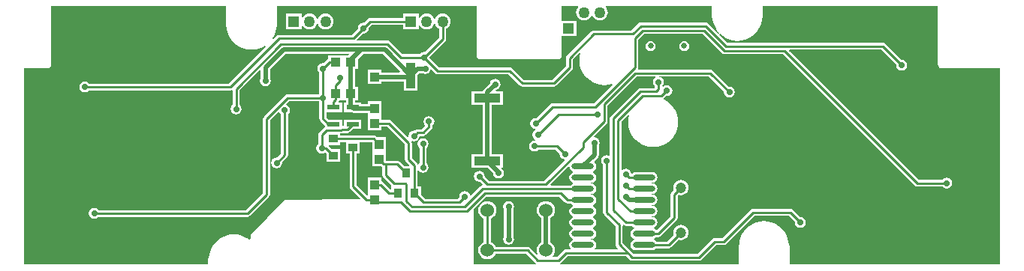
<source format=gbl>
%FSLAX25Y25*%
%MOIN*%
G70*
G01*
G75*
G04 Layer_Physical_Order=2*
G04 Layer_Color=16711680*
%ADD10C,0.05000*%
%ADD11R,0.03937X0.04331*%
%ADD12R,0.04331X0.03937*%
%ADD13R,0.07874X0.03937*%
%ADD14R,0.00984X0.11811*%
%ADD15R,0.07480X0.07480*%
%ADD16R,0.06890X0.04331*%
%ADD17R,0.06890X0.04331*%
%ADD18R,0.06890X0.13583*%
%ADD19R,0.05906X0.05118*%
%ADD20C,0.06000*%
%ADD21C,0.01969*%
%ADD22C,0.01000*%
%ADD23C,0.01181*%
%ADD24R,0.05000X0.04724*%
%ADD25C,0.02500*%
%ADD26R,0.05000X0.05000*%
%ADD27C,0.04724*%
%ADD28C,0.02756*%
%ADD29R,0.11811X0.03937*%
%ADD30R,0.05709X0.02165*%
%ADD31R,0.05709X0.02165*%
%ADD32R,0.03740X0.03937*%
%ADD33R,0.03937X0.03740*%
%ADD34O,0.09843X0.02756*%
%ADD35R,0.03937X0.11811*%
G36*
X271031Y292152D02*
Y288181D01*
X271031Y288181D01*
X271031Y287819D01*
X271031D01*
Y281488D01*
X275003D01*
X275072Y281419D01*
X275072D01*
X275072Y281419D01*
X275072Y281418D01*
Y281419D01*
X275471Y281152D01*
Y277500D01*
X275471Y277500D01*
X275471D01*
X275587Y276915D01*
X275919Y276419D01*
X279419Y272919D01*
X279476Y272880D01*
X279390Y272539D01*
X279390D01*
Y271427D01*
X278928Y271235D01*
X275735Y274428D01*
X275239Y274759D01*
X274969Y274813D01*
Y276512D01*
X269032D01*
Y270181D01*
X269032Y270181D01*
X269032Y269819D01*
X269032D01*
Y268785D01*
X268570Y268593D01*
X263959Y273204D01*
Y287130D01*
X265398D01*
Y292211D01*
X270973D01*
X271031Y292152D01*
D02*
G37*
G36*
X259323Y309823D02*
X258378D01*
Y305658D01*
X261582D01*
X261852Y305477D01*
X262626Y305323D01*
X269032D01*
Y304181D01*
X269032Y304181D01*
X269032Y303819D01*
X269032D01*
Y297488D01*
X274969D01*
Y299124D01*
X277713D01*
X285471Y291367D01*
Y284500D01*
X285471Y284500D01*
X285471D01*
X285587Y283915D01*
X285919Y283419D01*
X287477Y281860D01*
X287286Y281398D01*
X285194D01*
X283011Y283581D01*
X282515Y283913D01*
X281929Y284029D01*
X276969D01*
Y287819D01*
D01*
Y287819D01*
X276969Y287819D01*
Y288181D01*
X276969D01*
Y294512D01*
X272997D01*
X272688Y294822D01*
X272192Y295153D01*
X271606Y295270D01*
X256539D01*
Y296148D01*
X257243D01*
X257829Y296264D01*
X257984Y296368D01*
X259870D01*
X260455Y296485D01*
X260952Y296816D01*
X262313Y298177D01*
X266087D01*
Y302343D01*
X258378D01*
Y299427D01*
X257622D01*
Y302343D01*
X251530D01*
X250529Y303343D01*
Y305658D01*
X257622D01*
Y309823D01*
X256099D01*
X255863Y310264D01*
X256067Y310568D01*
X256159Y311032D01*
X257819D01*
Y311032D01*
X257819D01*
X257819Y311032D01*
X258181D01*
Y311032D01*
X259323D01*
Y309823D01*
D02*
G37*
G36*
X363378Y331719D02*
X363079Y330472D01*
X362942Y328740D01*
X363079Y327008D01*
X363484Y325318D01*
X364149Y323713D01*
X365057Y322231D01*
X366186Y320910D01*
X367507Y319781D01*
X368988Y318874D01*
X370594Y318209D01*
X372284Y317803D01*
X374016Y317667D01*
X375748Y317803D01*
X377342Y318186D01*
X377587Y317750D01*
X369367Y309529D01*
X351000D01*
X350415Y309413D01*
X349919Y309081D01*
X343718Y302881D01*
X343500Y302924D01*
X342572Y302740D01*
X341786Y302214D01*
X341260Y301428D01*
X341075Y300500D01*
X341260Y299572D01*
X341786Y298786D01*
X342572Y298260D01*
X343302Y298115D01*
X343399Y297624D01*
X342786Y297214D01*
X342260Y296428D01*
X342075Y295500D01*
X342260Y294572D01*
X342786Y293786D01*
X343464Y293332D01*
X343273Y292870D01*
D01*
D01*
X343000Y292924D01*
X342072Y292740D01*
X341286Y292214D01*
X340760Y291428D01*
X340576Y290500D01*
X340760Y289572D01*
X341286Y288786D01*
X342072Y288260D01*
X343000Y288075D01*
X343928Y288260D01*
X344714Y288786D01*
X344838Y288971D01*
X352366D01*
X354119Y287218D01*
X354076Y287000D01*
X354260Y286072D01*
X354786Y285286D01*
X355572Y284760D01*
X356324Y284611D01*
X356469Y284132D01*
X347366Y275029D01*
X322634D01*
X320881Y276782D01*
X320924Y277000D01*
X320740Y277928D01*
X320214Y278714D01*
X319428Y279240D01*
X318500Y279425D01*
X317572Y279240D01*
X316786Y278714D01*
X316260Y277928D01*
X316075Y277000D01*
X316260Y276072D01*
X316786Y275286D01*
X317572Y274760D01*
X318500Y274575D01*
X318718Y274619D01*
X319882Y273456D01*
X319737Y272977D01*
X319415Y272913D01*
X318919Y272581D01*
X314785Y268448D01*
X314307Y268593D01*
X314240Y268928D01*
X313714Y269714D01*
X312928Y270240D01*
X312000Y270425D01*
X311072Y270240D01*
X310286Y269714D01*
X309760Y268928D01*
X309576Y268000D01*
X309619Y267782D01*
X308865Y267027D01*
X294446D01*
X292610Y268864D01*
Y272539D01*
X291029D01*
Y279556D01*
X291508Y279701D01*
X291786Y279286D01*
X292572Y278760D01*
X293500Y278575D01*
X294428Y278760D01*
X295214Y279286D01*
X295740Y280072D01*
X295924Y281000D01*
X295740Y281928D01*
X295214Y282714D01*
X295029Y282838D01*
Y289662D01*
X295214Y289786D01*
X295740Y290572D01*
X295924Y291500D01*
X295740Y292428D01*
X295214Y293214D01*
X294428Y293740D01*
X293500Y293924D01*
X292572Y293740D01*
X291786Y293214D01*
X291260Y292428D01*
X291075Y291500D01*
X291260Y290572D01*
X291786Y289786D01*
X291971Y289662D01*
Y282838D01*
X291786Y282714D01*
X291456Y282222D01*
X290966Y282319D01*
X290932Y282488D01*
X290913Y282585D01*
X290581Y283081D01*
X288529Y285134D01*
Y292000D01*
X288458Y292359D01*
X288812Y292712D01*
X289500Y292576D01*
X290428Y292760D01*
X291214Y293286D01*
X291740Y294072D01*
X291919Y294971D01*
X293500D01*
X294085Y295087D01*
X294581Y295419D01*
X297164Y298001D01*
X297496Y298497D01*
X297612Y299083D01*
Y299579D01*
X297797Y299703D01*
X298323Y300490D01*
X298507Y301417D01*
X298323Y302345D01*
X297797Y303132D01*
X297010Y303657D01*
X296083Y303842D01*
X295155Y303657D01*
X294368Y303132D01*
X293843Y302345D01*
X293658Y301417D01*
X293843Y300490D01*
X294368Y299703D01*
X294384Y299547D01*
X292866Y298029D01*
X291000D01*
X290415Y297913D01*
X289919Y297581D01*
X289718Y297381D01*
X289500Y297425D01*
X288572Y297240D01*
X287786Y296714D01*
X287260Y295928D01*
X287075Y295000D01*
X287134Y294706D01*
X286693Y294470D01*
X279428Y301735D01*
X278932Y302067D01*
X278346Y302183D01*
X274969D01*
Y303819D01*
D01*
Y303819D01*
X274969Y303819D01*
Y304181D01*
X274969D01*
Y310512D01*
X269032D01*
Y309369D01*
X266087D01*
Y309823D01*
X263369D01*
Y311032D01*
X264512D01*
Y316968D01*
X263369D01*
Y324000D01*
X263369Y324000D01*
X263369Y324000D01*
Y324000D01*
Y325031D01*
X264512D01*
Y329151D01*
X266838Y331477D01*
X275662D01*
X283307Y323832D01*
X283116Y323370D01*
X274969D01*
Y324512D01*
X269032D01*
Y318181D01*
X274969D01*
Y319323D01*
X285032D01*
Y315094D01*
X290968D01*
Y322107D01*
X291838Y322977D01*
X293248D01*
X293572Y322760D01*
X294500Y322575D01*
X295428Y322760D01*
X296214Y323286D01*
X296740Y324072D01*
X296807Y324407D01*
X297285Y324552D01*
X298919Y322919D01*
X298919D01*
X298919Y322919D01*
X298919Y322919D01*
Y322919D01*
X299415Y322587D01*
X300000Y322471D01*
X331366D01*
X336419Y317419D01*
X336915Y317087D01*
X337012Y317068D01*
X337500Y316971D01*
X351500D01*
X352085Y317087D01*
X352581Y317419D01*
X359581Y324419D01*
X359913Y324915D01*
X359932Y325012D01*
X360029Y325500D01*
Y329051D01*
X362942Y331963D01*
X363378Y331719D01*
D02*
G37*
G36*
X356419Y265419D02*
X356915Y265087D01*
X357500Y264971D01*
X359036D01*
X359160Y264786D01*
X359946Y264260D01*
X359997Y264250D01*
Y263750D01*
X359946Y263740D01*
X359160Y263214D01*
X358634Y262428D01*
X358450Y261500D01*
X358634Y260572D01*
X359160Y259786D01*
X359946Y259260D01*
X359997Y259250D01*
Y258750D01*
X359946Y258740D01*
X359160Y258214D01*
X358634Y257428D01*
X358450Y256500D01*
X358634Y255572D01*
X359160Y254786D01*
X359946Y254260D01*
X359997Y254250D01*
Y253750D01*
X359946Y253740D01*
X359160Y253214D01*
X358634Y252428D01*
X358450Y251500D01*
X358634Y250572D01*
X359160Y249786D01*
X359946Y249260D01*
X359997Y249250D01*
Y248750D01*
X359946Y248740D01*
X359160Y248214D01*
X358634Y247428D01*
X358450Y246500D01*
X358634Y245572D01*
X359036Y244970D01*
X358800Y244529D01*
X357028D01*
X356442Y244413D01*
X355946Y244081D01*
X352981Y241116D01*
X351328D01*
X351107Y241564D01*
X351494Y242069D01*
X351897Y243042D01*
X352034Y244087D01*
X351897Y245131D01*
X351494Y246104D01*
X350853Y246939D01*
X350023Y247576D01*
Y258510D01*
X350853Y259147D01*
X351494Y259983D01*
X351897Y260956D01*
X352034Y262000D01*
X351897Y263044D01*
X351494Y264017D01*
X350853Y264853D01*
X350017Y265494D01*
X349044Y265897D01*
X348000Y266035D01*
X346956Y265897D01*
X345983Y265494D01*
X345147Y264853D01*
X344506Y264017D01*
X344103Y263044D01*
X343966Y262000D01*
X344103Y260956D01*
X344506Y259983D01*
X345147Y259147D01*
X345977Y258510D01*
Y247576D01*
X345147Y246939D01*
X344506Y246104D01*
X344103Y245131D01*
X343966Y244087D01*
X344103Y243042D01*
X344307Y242549D01*
X343892Y242271D01*
X340995Y245168D01*
X340499Y245500D01*
X339913Y245616D01*
X325712D01*
X325510Y246104D01*
X324869Y246939D01*
X324033Y247581D01*
X323545Y247783D01*
Y258304D01*
X324033Y258506D01*
X324869Y259147D01*
X325510Y259983D01*
X325913Y260956D01*
X326050Y262000D01*
X325913Y263044D01*
X325510Y264017D01*
X324869Y264853D01*
X324033Y265494D01*
X323060Y265897D01*
X322016Y266035D01*
X320972Y265897D01*
X319999Y265494D01*
X319163Y264853D01*
X318522Y264017D01*
X318119Y263044D01*
X317981Y262000D01*
X318119Y260956D01*
X318522Y259983D01*
X319163Y259147D01*
X319999Y258506D01*
X320486Y258304D01*
Y247783D01*
X319999Y247581D01*
X319163Y246939D01*
X318522Y246104D01*
X318119Y245131D01*
X317981Y244087D01*
X318119Y243042D01*
X318522Y242069D01*
X319163Y241234D01*
X319999Y240593D01*
X320972Y240190D01*
X322016Y240052D01*
X323060Y240190D01*
X324033Y240593D01*
X324869Y241234D01*
X325510Y242069D01*
X325712Y242557D01*
X339280D01*
X343332Y238505D01*
X343746Y238228D01*
X343601Y237750D01*
X316000D01*
Y238500D01*
Y262509D01*
X321462Y267971D01*
X353867D01*
X356419Y265419D01*
D02*
G37*
G36*
X358505Y281219D02*
X358634Y280572D01*
X359160Y279786D01*
X359946Y279260D01*
X359997Y279250D01*
Y278750D01*
X359946Y278740D01*
X359160Y278214D01*
X358634Y277428D01*
X358450Y276500D01*
X358634Y275572D01*
X359160Y274786D01*
X359946Y274260D01*
X359997Y274250D01*
Y273750D01*
X359946Y273740D01*
X359160Y273214D01*
X359036Y273029D01*
X350346D01*
X350154Y273491D01*
X358027Y281364D01*
X358505Y281219D01*
D02*
G37*
G36*
X396667Y320969D02*
X396286Y320714D01*
X395760Y319928D01*
X395575Y319000D01*
X395760Y318072D01*
X396286Y317286D01*
X396471Y317162D01*
Y316454D01*
X396367Y316349D01*
X390020D01*
X389435Y316233D01*
X388938Y315901D01*
X376919Y303882D01*
X376587Y303385D01*
X376471Y302800D01*
Y301283D01*
Y286408D01*
X376030Y286172D01*
X375928Y286240D01*
X375000Y286424D01*
X374072Y286240D01*
X373286Y285714D01*
X372760Y284928D01*
X372575Y284000D01*
X372760Y283072D01*
X373286Y282286D01*
X373471Y282162D01*
Y261000D01*
X373587Y260415D01*
X373919Y259919D01*
X378971Y254867D01*
Y246756D01*
X378971Y246756D01*
X378971D01*
X379087Y246171D01*
X379419Y245674D01*
X380102Y244991D01*
X379910Y244529D01*
X370034D01*
X369798Y244970D01*
X370201Y245572D01*
X370385Y246500D01*
X370201Y247428D01*
X369675Y248214D01*
X368888Y248740D01*
X367961Y248924D01*
Y249076D01*
X368888Y249260D01*
X369675Y249786D01*
X370201Y250572D01*
X370385Y251500D01*
X370201Y252428D01*
X369675Y253214D01*
X368888Y253740D01*
X368838Y253750D01*
Y254250D01*
X368888Y254260D01*
X369675Y254786D01*
X370201Y255572D01*
X370385Y256500D01*
X370201Y257428D01*
X369675Y258214D01*
X368888Y258740D01*
X368838Y258750D01*
Y259250D01*
X368888Y259260D01*
X369675Y259786D01*
X370201Y260572D01*
X370385Y261500D01*
X370201Y262428D01*
X369675Y263214D01*
X368888Y263740D01*
X368838Y263750D01*
Y264250D01*
X368888Y264260D01*
X369675Y264786D01*
X370201Y265572D01*
X370385Y266500D01*
X370201Y267428D01*
X369675Y268214D01*
X368888Y268740D01*
X367961Y268924D01*
Y269075D01*
X368888Y269260D01*
X369675Y269786D01*
X370201Y270572D01*
X370385Y271500D01*
X370201Y272428D01*
X369675Y273214D01*
X368888Y273740D01*
X367961Y273924D01*
Y274076D01*
X368888Y274260D01*
X369675Y274786D01*
X370201Y275572D01*
X370385Y276500D01*
X370201Y277428D01*
X369675Y278214D01*
X368888Y278740D01*
X368838Y278750D01*
Y279250D01*
X368888Y279260D01*
X369675Y279786D01*
X370201Y280572D01*
X370385Y281500D01*
X370201Y282428D01*
X369675Y283214D01*
X369594Y283269D01*
X369545Y283766D01*
X370931Y285152D01*
X371224Y285591D01*
X371369Y285808D01*
X371523Y286583D01*
Y290748D01*
X371740Y291072D01*
X371924Y292000D01*
X371740Y292928D01*
X371214Y293714D01*
X370428Y294240D01*
X369500Y294425D01*
D01*
D01*
D01*
X369311Y294777D01*
X375017Y300483D01*
X375349Y300979D01*
X375368Y301076D01*
X375465Y301564D01*
Y308474D01*
X388439Y321447D01*
X396521D01*
X396667Y320969D01*
D02*
G37*
G36*
X205951Y344488D02*
X206067Y343903D01*
X206326Y343516D01*
X206386Y342756D01*
X206791Y341066D01*
X207456Y339461D01*
X208364Y337979D01*
X209493Y336658D01*
X210814Y335529D01*
X212296Y334622D01*
X213901Y333957D01*
X215591Y333551D01*
X217323Y333415D01*
X219055Y333551D01*
X220745Y333957D01*
X222350Y334622D01*
X223400Y335265D01*
X223709Y334872D01*
X207201Y318364D01*
X145173D01*
X145049Y318549D01*
X144262Y319075D01*
X143335Y319259D01*
X142407Y319075D01*
X141620Y318549D01*
X141095Y317762D01*
X140910Y316835D01*
X141095Y315907D01*
X141620Y315120D01*
X142407Y314595D01*
X143335Y314410D01*
X144262Y314595D01*
X145049Y315120D01*
X145173Y315305D01*
X207835D01*
X208420Y315422D01*
X208530Y315495D01*
X208971Y315259D01*
Y308838D01*
X208786Y308714D01*
X208260Y307928D01*
X208075Y307000D01*
X208175Y306500D01*
X208260Y306072D01*
X208786Y305286D01*
X209572Y304760D01*
X210500Y304575D01*
X211428Y304760D01*
X212214Y305286D01*
X212740Y306072D01*
X212925Y307000D01*
X212740Y307928D01*
X212214Y308714D01*
X212029Y308838D01*
Y315380D01*
X221015Y324365D01*
X221477Y324174D01*
Y320752D01*
X221260Y320428D01*
X221076Y319500D01*
X221260Y318572D01*
X221786Y317786D01*
X222572Y317260D01*
X223500Y317075D01*
X224428Y317260D01*
X225214Y317786D01*
X225740Y318572D01*
X225924Y319500D01*
X225740Y320428D01*
X225523Y320752D01*
Y324662D01*
X232338Y331477D01*
X260462D01*
X260501Y331384D01*
X260223Y330968D01*
X258181D01*
D01*
D01*
X258181Y330968D01*
X257819D01*
Y330968D01*
X251488D01*
Y329428D01*
X251415Y329413D01*
X250919Y329081D01*
X249218Y327381D01*
X249000Y327425D01*
X248072Y327240D01*
X247286Y326714D01*
X246760Y325928D01*
X246575Y325000D01*
X246760Y324072D01*
X247286Y323286D01*
X247471Y323162D01*
Y313838D01*
X247286Y313714D01*
X247162Y313529D01*
X233430D01*
X232845Y313413D01*
X232348Y313081D01*
X225305Y306038D01*
D01*
X222919Y303651D01*
X222587Y303155D01*
X222471Y302570D01*
Y269634D01*
X214866Y262029D01*
X149338D01*
X149214Y262214D01*
X148428Y262740D01*
X147500Y262925D01*
X146572Y262740D01*
X145786Y262214D01*
X145260Y261428D01*
X145076Y260500D01*
X145260Y259572D01*
X145786Y258786D01*
X146572Y258260D01*
X147500Y258075D01*
X148428Y258260D01*
X149214Y258786D01*
X149338Y258971D01*
X215500D01*
X216085Y259087D01*
X216581Y259419D01*
X224181Y267018D01*
D01*
X225081Y267919D01*
X225413Y268415D01*
X225529Y269000D01*
D01*
Y269000D01*
Y269000D01*
Y301937D01*
X229304Y305711D01*
X229760Y305572D01*
X230286Y304786D01*
X230471Y304662D01*
D01*
D01*
Y287134D01*
X228718Y285381D01*
X228500Y285424D01*
X227572Y285240D01*
X226786Y284714D01*
X226260Y283928D01*
X226076Y283000D01*
X226260Y282072D01*
X226786Y281286D01*
X227572Y280760D01*
X228500Y280575D01*
X229428Y280760D01*
X230214Y281286D01*
X230740Y282072D01*
X230925Y283000D01*
X230881Y283218D01*
X233081Y285419D01*
X233413Y285915D01*
X233529Y286500D01*
Y304662D01*
D01*
X233714Y304786D01*
X234240Y305572D01*
X234424Y306500D01*
X234240Y307428D01*
X233714Y308214D01*
X232928Y308740D01*
X232789Y309196D01*
X234063Y310471D01*
X247162D01*
X247286Y310286D01*
X247471Y310162D01*
Y304711D01*
D01*
Y302709D01*
X247587Y302124D01*
X247919Y301628D01*
X249914Y299633D01*
Y298971D01*
X249596Y298759D01*
X247419Y296581D01*
X247087Y296085D01*
X246971Y295500D01*
Y291338D01*
X246786Y291214D01*
X246260Y290428D01*
X246076Y289500D01*
X246260Y288572D01*
X246786Y287786D01*
X247572Y287260D01*
X248500Y287075D01*
X249428Y287260D01*
X250015Y287652D01*
X250602Y287065D01*
Y283390D01*
X256539D01*
Y289130D01*
X252864D01*
X251412Y290581D01*
X251500Y290870D01*
X256539D01*
Y292211D01*
X259461D01*
Y287130D01*
X260900D01*
Y272571D01*
X260900Y272571D01*
X260900D01*
X261016Y271986D01*
X261348Y271489D01*
X265628Y267209D01*
X265438Y266747D01*
X231943Y266591D01*
X216851Y250866D01*
Y249626D01*
X216659Y249061D01*
X216178Y248928D01*
X215958Y249116D01*
X214476Y250024D01*
X212871Y250689D01*
X211181Y251095D01*
X209449Y251231D01*
X207716Y251095D01*
X206027Y250689D01*
X204422Y250024D01*
X202940Y249116D01*
X201619Y247988D01*
X200490Y246666D01*
X199582Y245185D01*
X198917Y243579D01*
X198512Y241890D01*
X198452Y241129D01*
X198193Y240743D01*
X198077Y240157D01*
Y237750D01*
X116490D01*
Y266410D01*
Y325242D01*
X126772D01*
X127357Y325359D01*
X127853Y325690D01*
X128185Y326186D01*
X128301Y326772D01*
X128301Y326772D01*
X128301Y326772D01*
Y326772D01*
Y352801D01*
X205951D01*
Y344488D01*
D02*
G37*
G36*
X299116Y344235D02*
X299677Y343504D01*
X300408Y342943D01*
X300644Y342845D01*
Y338807D01*
X294218Y332381D01*
X294000Y332424D01*
X293072Y332240D01*
X292286Y331714D01*
X292162Y331529D01*
X284147D01*
X278610Y337066D01*
X278114Y337397D01*
X277529Y337514D01*
X264330D01*
X264139Y337976D01*
X266782Y340619D01*
X267000Y340576D01*
X267928Y340760D01*
X268714Y341286D01*
X269240Y342072D01*
X269425Y343000D01*
X269381Y343218D01*
X270634Y344471D01*
X284500D01*
Y342500D01*
X291500D01*
Y344231D01*
X291990Y344329D01*
X292029Y344235D01*
X292590Y343504D01*
X293321Y342943D01*
X294173Y342590D01*
X295087Y342470D01*
X296000Y342590D01*
X296852Y342943D01*
X297583Y343504D01*
X298144Y344235D01*
X298380Y344805D01*
X298880D01*
X299116Y344235D01*
D02*
G37*
G36*
X421699Y348425D02*
X421815Y347840D01*
X422074Y347453D01*
X422134Y346693D01*
X422539Y345003D01*
X423204Y343398D01*
X424112Y341916D01*
X425044Y340826D01*
X424677Y340486D01*
X420233Y344930D01*
X420233Y344930D01*
X420081Y345081D01*
X419585Y345413D01*
X419000Y345529D01*
X390172D01*
X389586Y345413D01*
X389090Y345081D01*
X386038Y342029D01*
X369316D01*
X368730Y341913D01*
X368234Y341581D01*
X357419Y330766D01*
X357087Y330270D01*
X356971Y329684D01*
Y326133D01*
X350867Y320029D01*
X338134D01*
X333081Y325081D01*
X332585Y325413D01*
X332000Y325529D01*
X300634D01*
X296381Y329782D01*
X296425Y330000D01*
X296381Y330218D01*
X303255Y337092D01*
X303586Y337588D01*
X303703Y338173D01*
X303703Y338173D01*
X303703Y338173D01*
Y338173D01*
Y342845D01*
X303938Y342943D01*
X304669Y343504D01*
X305230Y344235D01*
X305583Y345086D01*
X305703Y346000D01*
X305583Y346914D01*
X305230Y347765D01*
X304669Y348496D01*
X303938Y349057D01*
X303087Y349410D01*
X302173Y349530D01*
X301259Y349410D01*
X300408Y349057D01*
X299677Y348496D01*
X299116Y347765D01*
X298880Y347195D01*
X298380D01*
X298144Y347765D01*
X297583Y348496D01*
X296852Y349057D01*
X296000Y349410D01*
X295087Y349530D01*
X294173Y349410D01*
X293321Y349057D01*
X292590Y348496D01*
X292029Y347765D01*
X291990Y347671D01*
X291500Y347769D01*
Y349500D01*
X284500D01*
Y347529D01*
X270000D01*
X269415Y347413D01*
X268919Y347081D01*
X267218Y345381D01*
X267000Y345425D01*
X266072Y345240D01*
X265286Y344714D01*
X264760Y343928D01*
X264576Y343000D01*
X264619Y342782D01*
X261866Y340029D01*
X229500D01*
X228915Y339913D01*
X228419Y339581D01*
X226939Y338102D01*
X226546Y338411D01*
X227189Y339461D01*
X227854Y341066D01*
X228260Y342756D01*
X228320Y343516D01*
X228578Y343903D01*
X228695Y344488D01*
Y352801D01*
X317368D01*
Y330709D01*
X317485Y330123D01*
X317816Y329627D01*
X318312Y329296D01*
X318898Y329179D01*
X353543D01*
X354129Y329296D01*
X354625Y329627D01*
X354956Y330123D01*
X355073Y330709D01*
X355073Y330709D01*
X355073Y330709D01*
Y330709D01*
Y339638D01*
X361500D01*
Y346362D01*
X355073D01*
Y352801D01*
X362173D01*
X362394Y352353D01*
X361943Y351765D01*
X361590Y350914D01*
X361470Y350000D01*
X361590Y349086D01*
X361943Y348235D01*
X362504Y347504D01*
X363235Y346943D01*
X364086Y346590D01*
X365000Y346470D01*
X365914Y346590D01*
X366765Y346943D01*
X367496Y347504D01*
X368057Y348235D01*
X368250Y348700D01*
X368750D01*
X368943Y348235D01*
X369504Y347504D01*
X370235Y346943D01*
X371086Y346590D01*
X372000Y346470D01*
X372914Y346590D01*
X373765Y346943D01*
X374496Y347504D01*
X375057Y348235D01*
X375410Y349086D01*
X375530Y350000D01*
X375410Y350914D01*
X375057Y351765D01*
X374496Y352496D01*
X374600Y352801D01*
X421699D01*
Y348425D01*
D02*
G37*
G36*
X522093Y326772D02*
X522209Y326186D01*
X522541Y325690D01*
X523037Y325359D01*
X523622Y325242D01*
X549652D01*
Y310500D01*
Y237750D01*
X456254D01*
Y246063D01*
X456137Y246648D01*
X455879Y247035D01*
X455819Y247795D01*
X455413Y249485D01*
X454748Y251090D01*
X453840Y252572D01*
X452712Y253893D01*
X451391Y255022D01*
X449909Y255930D01*
X448304Y256594D01*
X446614Y257000D01*
X444882Y257137D01*
X443150Y257000D01*
X441460Y256594D01*
X439855Y255930D01*
X438373Y255022D01*
X437052Y253893D01*
X435923Y252572D01*
X435015Y251090D01*
X434350Y249485D01*
X433945Y247795D01*
X433885Y247035D01*
X433626Y246648D01*
X433510Y246063D01*
Y237750D01*
X354426D01*
X354281Y238228D01*
X354696Y238505D01*
X354696Y238505D01*
X354696Y238505D01*
X357661Y241471D01*
X383622D01*
X385174Y239919D01*
X385671Y239587D01*
X386256Y239471D01*
X416000D01*
X416585Y239587D01*
X417081Y239919D01*
X417081Y239919D01*
X417081Y239919D01*
X423633Y246471D01*
X427000D01*
X427585Y246587D01*
X428081Y246919D01*
X440633Y259471D01*
X455866D01*
X458619Y256718D01*
X458575Y256500D01*
X458760Y255572D01*
X459286Y254786D01*
X460072Y254260D01*
X461000Y254076D01*
X461928Y254260D01*
X462714Y254786D01*
X463240Y255572D01*
X463424Y256500D01*
X463240Y257428D01*
X462714Y258214D01*
X461928Y258740D01*
X461000Y258925D01*
X460782Y258881D01*
X457581Y262081D01*
X457085Y262413D01*
X456500Y262529D01*
X440000D01*
X439415Y262413D01*
X438919Y262081D01*
X426367Y249529D01*
X423000D01*
X422512Y249432D01*
X422415Y249413D01*
X421918Y249081D01*
X415367Y242529D01*
X386889D01*
X382029Y247389D01*
Y255029D01*
X382285Y255285D01*
X382470Y255384D01*
X382915Y255087D01*
X383012Y255068D01*
X383500Y254971D01*
X386201D01*
X386325Y254786D01*
X387111Y254260D01*
X387162Y254250D01*
Y253750D01*
X387111Y253740D01*
X386325Y253214D01*
X385799Y252428D01*
X385615Y251500D01*
X385799Y250572D01*
X386325Y249786D01*
X387111Y249260D01*
X387162Y249250D01*
Y248750D01*
X387111Y248740D01*
X386325Y248214D01*
X385799Y247428D01*
X385615Y246500D01*
X385799Y245572D01*
X386325Y244786D01*
X387111Y244260D01*
X388039Y244075D01*
X395126D01*
X396054Y244260D01*
X396840Y244786D01*
X396964Y244971D01*
X402500D01*
X403085Y245087D01*
X403581Y245419D01*
X406956Y248793D01*
X407122Y248724D01*
X408000Y248609D01*
X408878Y248724D01*
X409696Y249063D01*
X410398Y249602D01*
X410937Y250304D01*
X411276Y251122D01*
X411391Y252000D01*
X411276Y252878D01*
X410937Y253696D01*
X410398Y254398D01*
X409696Y254937D01*
X408878Y255276D01*
X408000Y255391D01*
X407122Y255276D01*
X406304Y254937D01*
X405602Y254398D01*
X405063Y253696D01*
X404724Y252878D01*
X404609Y252000D01*
X404724Y251122D01*
X404793Y250956D01*
X401866Y248029D01*
X396964D01*
X396840Y248214D01*
X396054Y248740D01*
X396003Y248750D01*
Y249250D01*
X396054Y249260D01*
X396840Y249786D01*
X396964Y249971D01*
X398000D01*
X398585Y250087D01*
X399081Y250419D01*
X406083Y257420D01*
X406415Y257917D01*
X406531Y258502D01*
X406531Y258502D01*
X406531Y258502D01*
Y258502D01*
Y267756D01*
Y268368D01*
X406956Y268793D01*
X407122Y268724D01*
X408000Y268609D01*
X408878Y268724D01*
X409696Y269063D01*
X410398Y269602D01*
X410937Y270304D01*
X411276Y271122D01*
X411391Y272000D01*
X411276Y272878D01*
X410937Y273696D01*
X410398Y274398D01*
X409696Y274937D01*
X408878Y275276D01*
X408000Y275391D01*
X407122Y275276D01*
X406304Y274937D01*
X405602Y274398D01*
X405063Y273696D01*
X404724Y272878D01*
X404609Y272000D01*
X404724Y271122D01*
X404793Y270956D01*
X403921Y270083D01*
X403589Y269587D01*
X403473Y269002D01*
Y259135D01*
X397404Y253067D01*
X396906Y253116D01*
X396840Y253214D01*
X396054Y253740D01*
X396003Y253750D01*
Y254250D01*
X396054Y254260D01*
X396840Y254786D01*
X397366Y255572D01*
X397551Y256500D01*
X397366Y257428D01*
X396840Y258214D01*
X396054Y258740D01*
X395126Y258925D01*
Y259075D01*
X396054Y259260D01*
X396840Y259786D01*
X397366Y260572D01*
X397551Y261500D01*
X397366Y262428D01*
X396840Y263214D01*
X396054Y263740D01*
X395126Y263925D01*
Y264075D01*
X396054Y264260D01*
X396840Y264786D01*
X397366Y265572D01*
X397551Y266500D01*
X397380Y267359D01*
X397366Y267428D01*
X396840Y268214D01*
X396054Y268740D01*
X395126Y268924D01*
Y269075D01*
X396054Y269260D01*
X396840Y269786D01*
X397366Y270572D01*
X397551Y271500D01*
X397366Y272428D01*
X396840Y273214D01*
X396054Y273740D01*
X395126Y273924D01*
Y274076D01*
X396054Y274260D01*
X396840Y274786D01*
X397366Y275572D01*
X397551Y276500D01*
X397366Y277428D01*
X396840Y278214D01*
X396054Y278740D01*
X395126Y278924D01*
X388039D01*
X387111Y278740D01*
X386325Y278214D01*
X385814Y278556D01*
X385740Y278928D01*
X385214Y279714D01*
X384428Y280240D01*
X383500Y280424D01*
X382572Y280240D01*
X381970Y279838D01*
X381529Y280074D01*
Y301338D01*
X384595Y304404D01*
X385031Y304160D01*
X384732Y302913D01*
X384596Y301181D01*
X384732Y299449D01*
X385138Y297759D01*
X385803Y296154D01*
X386711Y294672D01*
X387839Y293351D01*
X389160Y292222D01*
X390642Y291315D01*
X392247Y290650D01*
X393937Y290244D01*
X395669Y290108D01*
X397402Y290244D01*
X399091Y290650D01*
X400697Y291315D01*
X402178Y292222D01*
X403499Y293351D01*
X404628Y294672D01*
X405536Y296154D01*
X406201Y297759D01*
X406606Y299449D01*
X406743Y301181D01*
X406606Y302913D01*
X406201Y304603D01*
X405536Y306208D01*
X404628Y307690D01*
X403499Y309011D01*
X402178Y310140D01*
X400697Y311048D01*
X399902Y311377D01*
X399905Y311407D01*
X400401Y311739D01*
X401532Y312869D01*
X401750Y312825D01*
X402678Y313010D01*
X403464Y313536D01*
X403990Y314322D01*
X404175Y315250D01*
X403990Y316178D01*
X403464Y316964D01*
X402678Y317490D01*
X401750Y317674D01*
X400822Y317490D01*
X400133Y317030D01*
X399780Y317383D01*
X400240Y318072D01*
X400424Y319000D01*
X400240Y319928D01*
X399714Y320714D01*
X398928Y321240D01*
X398000Y321425D01*
X398046Y321471D01*
X420366D01*
X427119Y314718D01*
X427075Y314500D01*
X427260Y313572D01*
X427786Y312786D01*
X428572Y312260D01*
X429500Y312075D01*
X430428Y312260D01*
X431214Y312786D01*
X431740Y313572D01*
X431924Y314500D01*
X431740Y315428D01*
X431214Y316214D01*
X430428Y316740D01*
X429500Y316925D01*
X429282Y316881D01*
X422081Y324081D01*
X421585Y324413D01*
X421000Y324529D01*
X395371D01*
X395255Y324506D01*
X389131D01*
X388913Y324915D01*
X389029Y325500D01*
Y337866D01*
X391634Y340471D01*
X417538D01*
X426090Y331919D01*
X426090D01*
X426090Y331919D01*
X426090Y331919D01*
Y331919D01*
X426586Y331587D01*
X427172Y331471D01*
X453367D01*
X474337Y310500D01*
X511919Y272919D01*
X512415Y272587D01*
X513000Y272471D01*
X524162D01*
X524286Y272286D01*
X525072Y271760D01*
X526000Y271575D01*
X526928Y271760D01*
X527714Y272286D01*
X528240Y273072D01*
X528425Y274000D01*
X528240Y274928D01*
X527714Y275714D01*
X526928Y276240D01*
X526000Y276425D01*
X525072Y276240D01*
X524286Y275714D01*
X524162Y275529D01*
X513633D01*
X456154Y333009D01*
X456346Y333471D01*
X496867D01*
X503619Y326718D01*
X503576Y326500D01*
X503760Y325572D01*
X504286Y324786D01*
X505072Y324260D01*
X506000Y324076D01*
X506928Y324260D01*
X507714Y324786D01*
X508240Y325572D01*
X508425Y326500D01*
X508240Y327428D01*
X507714Y328214D01*
X506928Y328740D01*
X506000Y328924D01*
X505782Y328881D01*
X498581Y336081D01*
X498085Y336413D01*
X497500Y336529D01*
X428633D01*
X425132Y340031D01*
X425471Y340398D01*
X426562Y339467D01*
X428044Y338559D01*
X429649Y337894D01*
X431339Y337488D01*
X433071Y337352D01*
X434803Y337488D01*
X436493Y337894D01*
X438098Y338559D01*
X439580Y339467D01*
X440901Y340595D01*
X442029Y341916D01*
X442937Y343398D01*
X443602Y345003D01*
X444008Y346693D01*
X444068Y347453D01*
X444326Y347840D01*
X444443Y348425D01*
Y352801D01*
X522093D01*
Y326772D01*
D02*
G37*
%LPC*%
G36*
X331500Y265925D02*
X330572Y265740D01*
X329786Y265214D01*
X329260Y264428D01*
X329076Y263500D01*
X329260Y262572D01*
X329477Y262248D01*
Y250252D01*
X329260Y249928D01*
X329076Y249000D01*
X329260Y248072D01*
X329786Y247286D01*
X330572Y246760D01*
X331500Y246575D01*
X332428Y246760D01*
X333214Y247286D01*
X333740Y248072D01*
X333925Y249000D01*
X333740Y249928D01*
X333523Y250252D01*
Y262248D01*
X333740Y262572D01*
X333925Y263500D01*
X333740Y264428D01*
X333214Y265214D01*
X332428Y265740D01*
X331500Y265925D01*
D02*
G37*
G36*
X250173Y349530D02*
X249259Y349410D01*
X248408Y349057D01*
X247677Y348496D01*
X247116Y347765D01*
X246880Y347195D01*
X246380D01*
X246144Y347765D01*
X245583Y348496D01*
X244852Y349057D01*
X244000Y349410D01*
X243087Y349530D01*
X242173Y349410D01*
X241321Y349057D01*
X240590Y348496D01*
X240029Y347765D01*
X239990Y347671D01*
X239500Y347769D01*
Y349500D01*
X232500D01*
Y342500D01*
X239500D01*
Y344231D01*
X239990Y344329D01*
X240029Y344235D01*
X240590Y343504D01*
X241321Y342943D01*
X242173Y342590D01*
X243087Y342470D01*
X244000Y342590D01*
X244852Y342943D01*
X245583Y343504D01*
X246144Y344235D01*
X246380Y344805D01*
X246880D01*
X247116Y344235D01*
X247677Y343504D01*
X248408Y342943D01*
X249259Y342590D01*
X250173Y342470D01*
X251087Y342590D01*
X251938Y342943D01*
X252670Y343504D01*
X253231Y344235D01*
X253583Y345086D01*
X253703Y346000D01*
X253583Y346914D01*
X253231Y347765D01*
X252670Y348496D01*
X251938Y349057D01*
X251087Y349410D01*
X250173Y349530D01*
D02*
G37*
G36*
X394520Y337365D02*
X393642Y337190D01*
X392898Y336693D01*
X392400Y335949D01*
X392226Y335071D01*
X392400Y334193D01*
X392898Y333449D01*
X393642Y332951D01*
X394520Y332777D01*
X395398Y332951D01*
X396142Y333449D01*
X396639Y334193D01*
X396814Y335071D01*
X396639Y335949D01*
X396142Y336693D01*
X395398Y337190D01*
X394520Y337365D01*
D02*
G37*
G36*
X409480D02*
X408603Y337190D01*
X407858Y336693D01*
X407361Y335949D01*
X407186Y335071D01*
X407361Y334193D01*
X407858Y333449D01*
X408603Y332951D01*
X409480Y332777D01*
X410358Y332951D01*
X411103Y333449D01*
X411600Y334193D01*
X411774Y335071D01*
X411600Y335949D01*
X411103Y336693D01*
X410358Y337190D01*
X409480Y337365D01*
D02*
G37*
G36*
X325500Y320425D02*
X324572Y320240D01*
X323786Y319714D01*
X323260Y318928D01*
X323184Y318545D01*
X320569Y315931D01*
X320131Y315274D01*
X320070Y314968D01*
X315094D01*
Y309032D01*
X319977D01*
Y286968D01*
X315094D01*
Y281031D01*
X322107D01*
X324586Y278553D01*
X324575Y278500D01*
X324760Y277572D01*
X325286Y276786D01*
X326072Y276260D01*
X327000Y276076D01*
X327928Y276260D01*
X328714Y276786D01*
X329240Y277572D01*
X329425Y278500D01*
X329240Y279428D01*
X328714Y280214D01*
X328676Y280240D01*
X328463Y280383D01*
D01*
D01*
X328431Y280431D01*
X328292Y280570D01*
X328483Y281031D01*
X328906D01*
Y286968D01*
X324023D01*
Y309023D01*
Y309032D01*
X328906D01*
Y310500D01*
Y314968D01*
X325983D01*
X325792Y315430D01*
X326045Y315684D01*
X326428Y315760D01*
X327214Y316286D01*
X327740Y317072D01*
X327924Y318000D01*
X327740Y318928D01*
X327214Y319714D01*
X326428Y320240D01*
X325500Y320425D01*
D02*
G37*
%LPD*%
D10*
X365000Y343000D02*
D03*
X372000Y350000D02*
D03*
X365000D02*
D03*
X250173Y346000D02*
D03*
X243087D02*
D03*
X295087D02*
D03*
X302173D02*
D03*
D11*
X272000Y314654D02*
D03*
Y321346D02*
D03*
X274000Y284654D02*
D03*
Y291346D02*
D03*
X272000Y307346D02*
D03*
Y300654D02*
D03*
Y266654D02*
D03*
Y273346D02*
D03*
D12*
X254654Y314000D02*
D03*
X261346D02*
D03*
X254654Y328000D02*
D03*
X261346D02*
D03*
D20*
X322016Y244087D02*
D03*
Y262000D02*
D03*
X348000D02*
D03*
Y244087D02*
D03*
D21*
X339625Y312000D02*
X352500D01*
X276500Y333500D02*
X288000Y322000D01*
X272000Y321346D02*
X287346D01*
X223500Y319500D02*
Y325500D01*
X272000Y314654D02*
X277721D01*
X288000Y304375D01*
X282000Y302742D02*
X283633Y304375D01*
X288000D01*
X223500Y325500D02*
X231500Y333500D01*
X261346Y328846D02*
X266000Y333500D01*
X276500D01*
X231500D02*
X266000D01*
X261346Y324000D02*
Y328846D01*
Y316000D02*
Y324000D01*
Y308626D02*
Y316000D01*
Y308626D02*
X262626Y307346D01*
X272000D01*
X404697Y281500D02*
X412000Y288803D01*
X400500Y281500D02*
X404697D01*
X330125Y321500D02*
X339625Y312000D01*
X299000Y321500D02*
X330125D01*
X294000Y316500D02*
X299000Y321500D01*
X331500Y249000D02*
Y263500D01*
X348000Y244087D02*
Y262000D01*
X327000Y278500D02*
Y279000D01*
X322000Y284000D02*
X327000Y279000D01*
X322000Y284000D02*
Y312000D01*
X294000Y310375D02*
Y316500D01*
X288000Y304375D02*
X294000Y310375D01*
X339625Y284000D02*
X349500D01*
X335430Y288195D02*
X339625Y284000D01*
X335430Y288195D02*
Y304375D01*
X339625Y308570D01*
Y312000D01*
X291000Y325000D02*
X294500D01*
X288000Y322000D02*
X291000Y325000D01*
X322000Y312000D02*
Y314500D01*
X325500Y318000D01*
X369500Y286583D02*
Y292000D01*
X364417Y281500D02*
X369500Y286583D01*
X383500Y268000D02*
X385000Y266500D01*
X391583D01*
Y281500D02*
X400500D01*
D22*
X397477Y322977D02*
X397500Y323000D01*
X387805Y322977D02*
X397477D01*
X373936Y309107D02*
X387805Y322977D01*
X373936Y301564D02*
Y309107D01*
X364500Y292129D02*
X373936Y301564D01*
X386256Y241000D02*
X416000D01*
X380500Y246756D02*
X386256Y241000D01*
X380500Y246756D02*
Y255500D01*
X375000Y261000D02*
X380500Y255500D01*
X416000Y241000D02*
X423000Y248000D01*
X427000D01*
X419152Y343848D02*
X428000Y335000D01*
X390172Y344000D02*
X419000D01*
X358500Y325500D02*
Y329684D01*
X419000Y344000D02*
X419152Y343848D01*
X386672Y340500D02*
X390172Y344000D01*
X369316Y340500D02*
X386672D01*
X358500Y329684D02*
X369316Y340500D01*
X278429Y269571D02*
X282260D01*
X274654Y273346D02*
X278429Y269571D01*
X272000Y273346D02*
X274654D01*
X143335Y316835D02*
X207835D01*
X229500Y338500D01*
X262500D01*
X267000Y343000D01*
X233430Y312000D02*
X249000D01*
X224000Y269000D02*
Y302570D01*
X233430Y312000D01*
X228500Y283000D02*
X232000Y286500D01*
Y306500D01*
X293500Y281000D02*
Y291500D01*
X289500Y295000D02*
X291000Y296500D01*
X293500D01*
X210500Y307000D02*
Y316013D01*
X230471Y335984D01*
X277529D01*
X283513Y330000D01*
X294000D01*
X267000Y343000D02*
X270000Y346000D01*
X288000D01*
X252000Y328000D02*
X254654D01*
X249000Y325000D02*
X252000Y328000D01*
X254654Y317654D02*
X256500Y319500D01*
Y321000D01*
X254654Y314000D02*
Y316000D01*
Y311154D02*
Y314000D01*
Y317654D01*
X249000Y312000D02*
Y325000D01*
Y302709D02*
Y312000D01*
X147500Y260500D02*
X215500D01*
X224000Y269000D01*
X287000Y284500D02*
Y292000D01*
X278346Y300654D02*
X287000Y292000D01*
X272000Y300654D02*
X278346D01*
X253768Y310268D02*
X254654Y311154D01*
X253768Y307740D02*
Y310268D01*
X251450Y300260D02*
X253768D01*
X249000Y302709D02*
X251450Y300260D01*
X293500Y296500D02*
X296083Y299083D01*
Y301417D01*
X259870Y297898D02*
X262232Y300260D01*
X257464Y297898D02*
X259870D01*
X257243Y297677D02*
X257464Y297898D01*
X250677Y297677D02*
X257243D01*
X248500Y295500D02*
X250677Y297677D01*
X248500Y289500D02*
Y295500D01*
X250331Y289500D02*
X253571Y286260D01*
X248500Y289500D02*
X250331D01*
X262429Y272571D02*
Y290000D01*
Y272571D02*
X268346Y266654D01*
X272000D01*
X253571Y293740D02*
X271606D01*
X274000Y291346D01*
X302173Y338173D02*
Y346000D01*
X294000Y330000D02*
X302173Y338173D01*
X351500Y318500D02*
X358500Y325500D01*
X405002Y269002D02*
X408000Y272000D01*
X405002Y258502D02*
Y269002D01*
X398000Y319000D02*
X398244D01*
X399320Y312820D02*
X401750Y315250D01*
X318500Y277000D02*
X322000Y273500D01*
X353500Y304500D02*
X371000D01*
X337500Y318500D02*
X351500D01*
X332000Y324000D02*
X337500Y318500D01*
X300000Y324000D02*
X332000D01*
X294000Y330000D02*
X300000Y324000D01*
X344500Y295500D02*
X353500Y304500D01*
X395371Y323000D02*
X421000D01*
X364500Y290000D02*
Y292129D01*
X390848Y312820D02*
X399320D01*
X380000Y301972D02*
X390848Y312820D01*
X380000Y267000D02*
Y301972D01*
X390020Y314820D02*
X397000D01*
X378000Y302800D02*
X390020Y314820D01*
X378000Y262000D02*
Y302800D01*
X513000Y274000D02*
X526000D01*
X454000Y333000D02*
X513000Y274000D01*
X427172Y333000D02*
X454000D01*
X418172Y342000D02*
X427172Y333000D01*
X391000Y342000D02*
X418172D01*
X387500Y338500D02*
X391000Y342000D01*
X387500Y325500D02*
Y338500D01*
X370000Y308000D02*
X387500Y325500D01*
X351000Y308000D02*
X370000D01*
X343500Y300500D02*
X351000Y308000D01*
X348000Y273500D02*
X364500Y290000D01*
X344413Y239587D02*
X353614D01*
X339913Y244087D02*
X344413Y239587D01*
X322016Y244087D02*
X339913D01*
X353614Y239587D02*
X357028Y243000D01*
X322016Y244087D02*
Y262000D01*
X357028Y243000D02*
X384218D01*
X421000Y323000D02*
X429500Y314500D01*
X322000Y273500D02*
X348000D01*
X497500Y335000D02*
X506000Y326500D01*
X428000Y335000D02*
X497500D01*
X456500Y261000D02*
X461000Y256500D01*
X440000Y261000D02*
X456500D01*
X427000Y248000D02*
X440000Y261000D01*
X375000D02*
Y284000D01*
X353000Y290500D02*
X356500Y287000D01*
X343000Y290500D02*
X353000D01*
X272000Y266654D02*
X273154Y265500D01*
X283672D01*
X287673Y261498D01*
X312826D01*
X320828Y269500D01*
X354500D01*
X357500Y266500D01*
X364417D01*
X320000Y271500D02*
X364417D01*
X311998Y263498D02*
X320000Y271500D01*
X288502Y263498D02*
X311998D01*
X286000Y266000D02*
X288502Y263498D01*
X286000Y266000D02*
Y273500D01*
X285500Y274000D02*
X286000Y273500D01*
X280500Y274000D02*
X285500D01*
X277000Y277500D02*
X280500Y274000D01*
X277000Y277500D02*
Y282500D01*
X281929D01*
X276154D02*
X277000D01*
X281929D02*
X286000Y278429D01*
X274000Y284654D02*
X276154Y282500D01*
X289500Y269811D02*
X289740Y269571D01*
X293813Y265498D01*
X287000Y284500D02*
X289500Y282000D01*
Y269811D02*
Y282000D01*
X293813Y265498D02*
X309498D01*
X312000Y268000D01*
X383500Y278000D02*
X385000Y276500D01*
X391583D01*
X383500Y273000D02*
X385000Y271500D01*
X391583D01*
X378000Y262000D02*
X383500Y256500D01*
X380000Y267000D02*
X385500Y261500D01*
X398000Y251500D02*
X405002Y258502D01*
X391583Y251500D02*
X398000D01*
X383500Y256500D02*
X391583D01*
X397000Y314820D02*
X398000Y315820D01*
Y319000D01*
X385500Y261500D02*
X391583D01*
X402500Y246500D02*
X408000Y252000D01*
X391583Y246500D02*
X402500D01*
D23*
X279500Y293500D02*
Y294500D01*
X278000Y296000D02*
X279500Y294500D01*
X269500Y296000D02*
X278000D01*
X267500Y298000D02*
X269500Y296000D01*
X267500Y298000D02*
Y302000D01*
X265500Y304000D02*
X267500Y302000D01*
X253768Y304000D02*
X265500D01*
D24*
X358000Y343000D02*
D03*
D25*
X409480Y335071D02*
D03*
X394520D02*
D03*
D26*
X236000Y346000D02*
D03*
X288000D02*
D03*
D27*
X408000Y272000D02*
D03*
Y252000D02*
D03*
D28*
X275000Y341000D02*
D03*
X268500Y282500D02*
D03*
X124000Y303500D02*
D03*
X296000Y307000D02*
D03*
X295500Y275000D02*
D03*
X317500Y250500D02*
D03*
X190500Y337000D02*
D03*
X218000Y316000D02*
D03*
X154000Y283000D02*
D03*
X231000Y271500D02*
D03*
X356000Y276500D02*
D03*
X326000Y250000D02*
D03*
X373500Y295500D02*
D03*
X352500Y312000D02*
D03*
X412000Y288803D02*
D03*
X401750Y315250D02*
D03*
X143335Y316835D02*
D03*
X228500Y283000D02*
D03*
X232000Y306500D02*
D03*
X293500Y281000D02*
D03*
Y291500D02*
D03*
X210500Y307000D02*
D03*
X267000Y343000D02*
D03*
X249000Y325000D02*
D03*
X256500Y321000D02*
D03*
X147500Y260500D02*
D03*
X282000Y302742D02*
D03*
X279500Y293500D02*
D03*
X249000Y312000D02*
D03*
X289500Y295000D02*
D03*
X296083Y301417D02*
D03*
X248500Y289500D02*
D03*
X223500Y319500D02*
D03*
X325500Y318000D02*
D03*
X371000Y304500D02*
D03*
X344500Y295500D02*
D03*
X526000Y274000D02*
D03*
X343500Y300500D02*
D03*
X331500Y263500D02*
D03*
Y249000D02*
D03*
X429500Y314500D02*
D03*
X318500Y277000D02*
D03*
X506000Y326500D02*
D03*
X294000Y330000D02*
D03*
X461000Y256500D02*
D03*
X375000Y284000D02*
D03*
X356500Y287000D02*
D03*
X343000Y290500D02*
D03*
X312000Y268000D02*
D03*
X327000Y278500D02*
D03*
X349500Y284000D02*
D03*
X294500Y325000D02*
D03*
X369500Y292000D02*
D03*
X383500Y278000D02*
D03*
Y273000D02*
D03*
Y268000D02*
D03*
X398000Y319000D02*
D03*
X400500Y281500D02*
D03*
D29*
X322000Y312000D02*
D03*
X339625D02*
D03*
X322000Y284000D02*
D03*
X339625D02*
D03*
D30*
X262232Y300260D02*
D03*
Y307740D02*
D03*
X253768D02*
D03*
Y304000D02*
D03*
D31*
Y300260D02*
D03*
D32*
X289740Y269571D02*
D03*
X282260D02*
D03*
X286000Y278429D02*
D03*
D33*
X253571Y286260D02*
D03*
Y293740D02*
D03*
X262429Y290000D02*
D03*
D34*
X391583Y281500D02*
D03*
Y276500D02*
D03*
Y271500D02*
D03*
Y266500D02*
D03*
Y261500D02*
D03*
Y256500D02*
D03*
Y251500D02*
D03*
Y246500D02*
D03*
X364417Y281500D02*
D03*
Y276500D02*
D03*
Y271500D02*
D03*
Y266500D02*
D03*
Y261500D02*
D03*
Y256500D02*
D03*
Y251500D02*
D03*
Y246500D02*
D03*
D35*
X288000Y322000D02*
D03*
Y304375D02*
D03*
M02*

</source>
